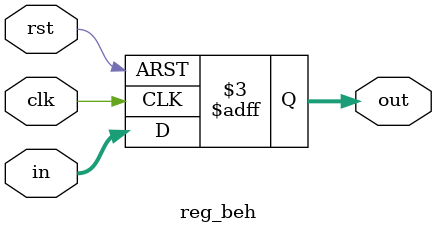
<source format=v>
module reg_beh (in,out,rst,clk);
input wire clk;
input wire rst;
input wire [7:0] in;
output reg [7:0] out;


 always @(posedge clk or negedge rst) 
 begin
 if (~rst)
 begin
 out <= 8'b0;
 end 
 else 
 begin
 out <=in;
 end
 end

endmodule
</source>
